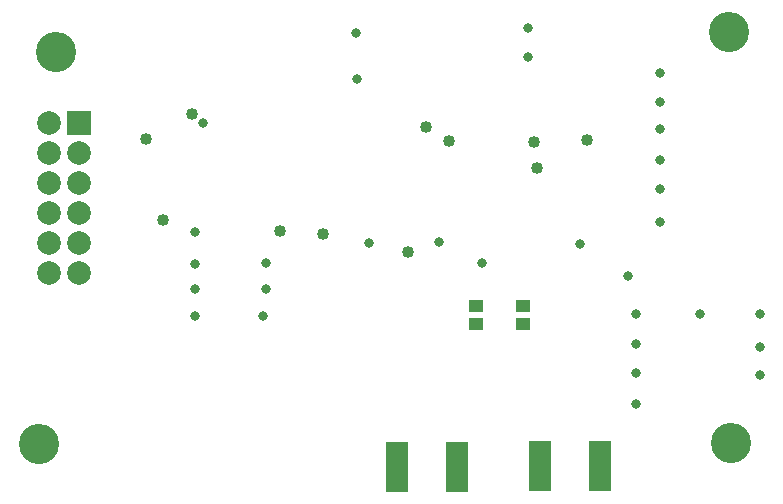
<source format=gbs>
G04*
G04 #@! TF.GenerationSoftware,Altium Limited,Altium Designer,24.5.2 (23)*
G04*
G04 Layer_Color=16711935*
%FSLAX25Y25*%
%MOIN*%
G70*
G04*
G04 #@! TF.SameCoordinates,466BDFCD-25A3-4837-BAAA-452BE7E626CC*
G04*
G04*
G04 #@! TF.FilePolarity,Negative*
G04*
G01*
G75*
%ADD31R,0.07800X0.16800*%
%ADD35R,0.05131X0.03950*%
%ADD45C,0.07887*%
%ADD46R,0.07887X0.07887*%
%ADD47C,0.13398*%
%ADD48C,0.03200*%
%ADD49C,0.04000*%
%ADD50C,0.03202*%
D31*
X187728Y13295D02*
D03*
X207728D02*
D03*
X159984Y13098D02*
D03*
X139984D02*
D03*
D35*
X181980Y60736D02*
D03*
Y66642D02*
D03*
X166228Y66748D02*
D03*
Y60843D02*
D03*
D45*
X23949Y77626D02*
D03*
X33949D02*
D03*
X23949Y127626D02*
D03*
Y117626D02*
D03*
Y107626D02*
D03*
Y97626D02*
D03*
Y87626D02*
D03*
X33949Y117626D02*
D03*
Y107626D02*
D03*
Y97626D02*
D03*
Y87626D02*
D03*
D46*
Y127626D02*
D03*
D47*
X251468Y20972D02*
D03*
X20563Y20579D02*
D03*
X26469Y151484D02*
D03*
X250484Y158177D02*
D03*
D48*
X154000Y88000D02*
D03*
X217020Y76681D02*
D03*
X126228Y157795D02*
D03*
X126728Y142295D02*
D03*
X130602Y87705D02*
D03*
X96350Y81012D02*
D03*
X96153Y72404D02*
D03*
X95366Y63295D02*
D03*
X201075Y87306D02*
D03*
X240839Y64083D02*
D03*
X168201Y80981D02*
D03*
X227728Y144295D02*
D03*
Y134795D02*
D03*
Y125795D02*
D03*
Y115295D02*
D03*
Y105795D02*
D03*
Y94795D02*
D03*
X75228Y127795D02*
D03*
X72728Y91295D02*
D03*
Y80795D02*
D03*
Y72295D02*
D03*
Y63295D02*
D03*
X183728Y159295D02*
D03*
Y149795D02*
D03*
X219579Y54043D02*
D03*
Y44201D02*
D03*
Y34161D02*
D03*
X260917Y64083D02*
D03*
Y53059D02*
D03*
Y43807D02*
D03*
D49*
X61902Y95382D02*
D03*
X149580Y126224D02*
D03*
X101075Y91839D02*
D03*
X186508Y112705D02*
D03*
X157374Y121760D02*
D03*
X56193Y122350D02*
D03*
X185721Y121366D02*
D03*
X203240Y122153D02*
D03*
X71547Y130815D02*
D03*
X115248Y90658D02*
D03*
X143595Y84752D02*
D03*
D50*
X219579Y63886D02*
D03*
M02*

</source>
